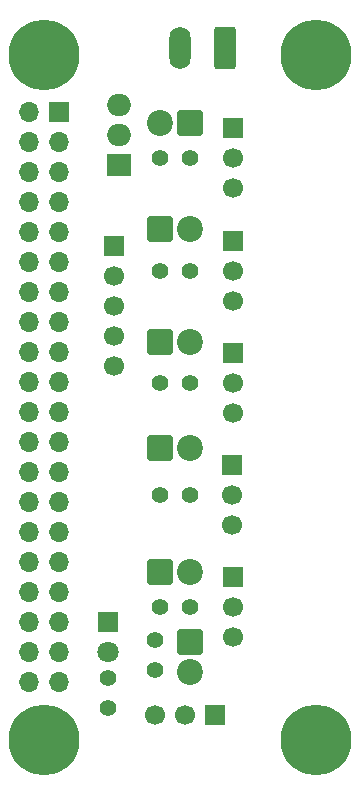
<source format=gbr>
%TF.GenerationSoftware,KiCad,Pcbnew,9.0.3*%
%TF.CreationDate,2025-07-16T15:45:05+08:00*%
%TF.ProjectId,PiHAT_Test,50694841-545f-4546-9573-742e6b696361,rev?*%
%TF.SameCoordinates,Original*%
%TF.FileFunction,Soldermask,Top*%
%TF.FilePolarity,Negative*%
%FSLAX46Y46*%
G04 Gerber Fmt 4.6, Leading zero omitted, Abs format (unit mm)*
G04 Created by KiCad (PCBNEW 9.0.3) date 2025-07-16 15:45:05*
%MOMM*%
%LPD*%
G01*
G04 APERTURE LIST*
G04 Aperture macros list*
%AMRoundRect*
0 Rectangle with rounded corners*
0 $1 Rounding radius*
0 $2 $3 $4 $5 $6 $7 $8 $9 X,Y pos of 4 corners*
0 Add a 4 corners polygon primitive as box body*
4,1,4,$2,$3,$4,$5,$6,$7,$8,$9,$2,$3,0*
0 Add four circle primitives for the rounded corners*
1,1,$1+$1,$2,$3*
1,1,$1+$1,$4,$5*
1,1,$1+$1,$6,$7*
1,1,$1+$1,$8,$9*
0 Add four rect primitives between the rounded corners*
20,1,$1+$1,$2,$3,$4,$5,0*
20,1,$1+$1,$4,$5,$6,$7,0*
20,1,$1+$1,$6,$7,$8,$9,0*
20,1,$1+$1,$8,$9,$2,$3,0*%
G04 Aperture macros list end*
%ADD10C,6.000000*%
%ADD11R,1.700000X1.700000*%
%ADD12O,1.700000X1.700000*%
%ADD13C,1.700000*%
%ADD14RoundRect,0.249999X-0.850001X-0.850001X0.850001X-0.850001X0.850001X0.850001X-0.850001X0.850001X0*%
%ADD15C,2.200000*%
%ADD16R,1.800000X1.800000*%
%ADD17C,1.800000*%
%ADD18RoundRect,0.250000X0.650000X1.550000X-0.650000X1.550000X-0.650000X-1.550000X0.650000X-1.550000X0*%
%ADD19O,1.800000X3.600000*%
%ADD20C,1.400000*%
%ADD21RoundRect,0.249999X-0.850001X0.850001X-0.850001X-0.850001X0.850001X-0.850001X0.850001X0.850001X0*%
%ADD22RoundRect,0.249999X0.850001X0.850001X-0.850001X0.850001X-0.850001X-0.850001X0.850001X-0.850001X0*%
%ADD23R,2.000000X1.905000*%
%ADD24O,2.000000X1.905000*%
G04 APERTURE END LIST*
D10*
%TO.C,H1*%
X126600000Y-67710000D03*
X126600000Y-125710000D03*
X149600000Y-67710000D03*
X149600000Y-125710000D03*
D11*
X127870000Y-72580000D03*
D12*
X125330000Y-72580000D03*
X127870000Y-75120000D03*
X125330000Y-75120000D03*
X127870000Y-77660000D03*
X125330000Y-77660000D03*
X127870000Y-80200000D03*
X125330000Y-80200000D03*
X127870000Y-82740000D03*
X125330000Y-82740000D03*
X127870000Y-85280000D03*
X125330000Y-85280000D03*
X127870000Y-87820000D03*
X125330000Y-87820000D03*
X127870000Y-90360000D03*
X125330000Y-90360000D03*
X127870000Y-92900000D03*
X125330000Y-92900000D03*
X127870000Y-95440000D03*
X125330000Y-95440000D03*
X127870000Y-97980000D03*
X125330000Y-97980000D03*
X127870000Y-100520000D03*
X125330000Y-100520000D03*
X127870000Y-103060000D03*
X125330000Y-103060000D03*
X127870000Y-105600000D03*
X125330000Y-105600000D03*
X127870000Y-108140000D03*
X125330000Y-108140000D03*
X127870000Y-110680000D03*
X125330000Y-110680000D03*
X127870000Y-113220000D03*
X125330000Y-113220000D03*
X127870000Y-115760000D03*
X125330000Y-115760000D03*
X127870000Y-118300000D03*
X125330000Y-118300000D03*
X127870000Y-120840000D03*
X125330000Y-120840000D03*
%TD*%
D11*
%TO.C,CN5*%
X142615000Y-111960000D03*
D13*
X142615000Y-114500000D03*
X142615000Y-117040000D03*
%TD*%
D11*
%TO.C,CN6*%
X141040000Y-123615000D03*
D13*
X138500000Y-123615000D03*
X135960000Y-123615000D03*
%TD*%
D14*
%TO.C,D6*%
X136447818Y-111500000D03*
D15*
X138987818Y-111500000D03*
%TD*%
D16*
%TO.C,D1*%
X132000000Y-115730000D03*
D17*
X132000000Y-118270000D03*
%TD*%
D18*
%TO.C,U2*%
X141887500Y-67142500D03*
D19*
X138077500Y-67142500D03*
%TD*%
D20*
%TO.C,R15*%
X132000000Y-123000000D03*
X132000000Y-120460000D03*
%TD*%
D14*
%TO.C,D4*%
X136447818Y-92000000D03*
D15*
X138987818Y-92000000D03*
%TD*%
D11*
%TO.C,CN1*%
X142615000Y-73920000D03*
D13*
X142615000Y-76460000D03*
X142615000Y-79000000D03*
%TD*%
D20*
%TO.C,R3*%
X139000000Y-76500000D03*
X136460000Y-76500000D03*
%TD*%
%TO.C,R8*%
X139000000Y-105000000D03*
X136460000Y-105000000D03*
%TD*%
D11*
%TO.C,CN2*%
X142615000Y-83460000D03*
D13*
X142615000Y-86000000D03*
X142615000Y-88540000D03*
%TD*%
D21*
%TO.C,D7*%
X139000000Y-117447818D03*
D15*
X139000000Y-119987818D03*
%TD*%
D14*
%TO.C,D3*%
X136447818Y-82500000D03*
D15*
X138987818Y-82500000D03*
%TD*%
D14*
%TO.C,D5*%
X136460000Y-101000000D03*
D15*
X139000000Y-101000000D03*
%TD*%
D11*
%TO.C,CN4*%
X142500000Y-102420000D03*
D13*
X142500000Y-104960000D03*
X142500000Y-107500000D03*
%TD*%
D11*
%TO.C,CN3*%
X142615000Y-92960000D03*
D13*
X142615000Y-95500000D03*
X142615000Y-98040000D03*
%TD*%
D22*
%TO.C,D2*%
X139000000Y-73500000D03*
D15*
X136460000Y-73500000D03*
%TD*%
D20*
%TO.C,R6*%
X139000000Y-95500000D03*
X136460000Y-95500000D03*
%TD*%
D23*
%TO.C,U1*%
X132950000Y-77040000D03*
D24*
X132950000Y-74500000D03*
X132950000Y-71960000D03*
%TD*%
D20*
%TO.C,R10*%
X139000000Y-114500000D03*
X136460000Y-114500000D03*
%TD*%
%TO.C,R4*%
X139000000Y-86000000D03*
X136460000Y-86000000D03*
%TD*%
%TO.C,R12*%
X136000000Y-117280000D03*
X136000000Y-119820000D03*
%TD*%
D11*
%TO.C,J1_I2C1*%
X132500000Y-83880000D03*
D13*
X132500000Y-86420000D03*
X132500000Y-88960000D03*
X132500000Y-91500000D03*
X132500000Y-94040000D03*
%TD*%
M02*

</source>
